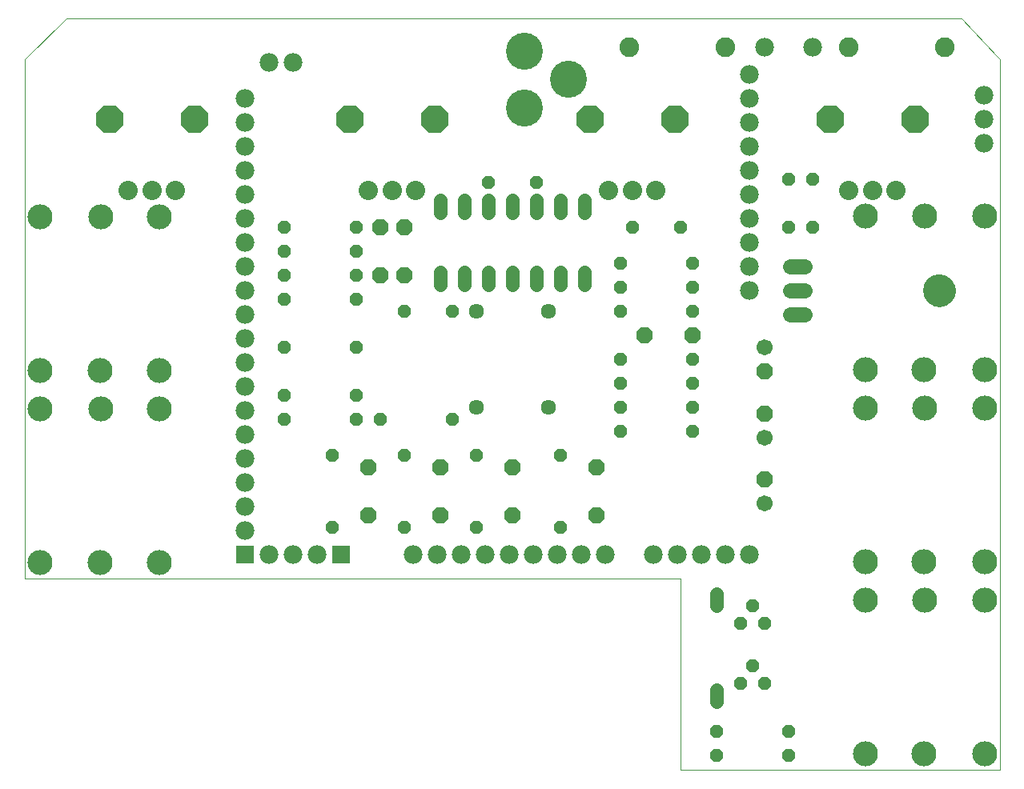
<source format=gbs>
G75*
%MOIN*%
%OFA0B0*%
%FSLAX24Y24*%
%IPPOS*%
%LPD*%
%AMOC8*
5,1,8,0,0,1.08239X$1,22.5*
%
%ADD10C,0.0010*%
%ADD11C,0.0800*%
%ADD12OC8,0.1147*%
%ADD13C,0.0780*%
%ADD14C,0.0820*%
%ADD15C,0.1540*%
%ADD16OC8,0.0560*%
%ADD17C,0.1040*%
%ADD18R,0.0780X0.0780*%
%ADD19C,0.0560*%
%ADD20C,0.0634*%
%ADD21C,0.0640*%
%ADD22C,0.0000*%
%ADD23C,0.1340*%
%ADD24OC8,0.0670*%
%ADD25C,0.0670*%
D10*
X006460Y012268D02*
X006460Y033893D01*
X006449Y033893D01*
X008199Y035593D01*
X045445Y035593D01*
X046945Y034018D01*
X047060Y033893D01*
X047060Y004293D01*
X033760Y004293D01*
X033760Y012268D01*
X006460Y012268D01*
D11*
X010775Y028441D03*
X011760Y028441D03*
X012744Y028441D03*
X020775Y028441D03*
X021760Y028441D03*
X022744Y028441D03*
X030775Y028441D03*
X031760Y028441D03*
X032744Y028441D03*
X040775Y028441D03*
X041760Y028441D03*
X042744Y028441D03*
D12*
X043531Y031393D03*
X039988Y031393D03*
X033531Y031393D03*
X029988Y031393D03*
X023531Y031393D03*
X019988Y031393D03*
X013531Y031393D03*
X009988Y031393D03*
D13*
X015635Y031268D03*
X015635Y032268D03*
X016635Y033768D03*
X017635Y033768D03*
X015635Y030268D03*
X015635Y029268D03*
X015635Y028268D03*
X015635Y027268D03*
X015635Y026268D03*
X015635Y025268D03*
X015635Y024268D03*
X015635Y023268D03*
X015635Y022268D03*
X015635Y021268D03*
X015635Y020268D03*
X015635Y019268D03*
X015635Y018268D03*
X015635Y017268D03*
X015635Y016268D03*
X015635Y015268D03*
X015635Y014268D03*
X016635Y013268D03*
X017635Y013268D03*
X018635Y013268D03*
X022635Y013268D03*
X023635Y013268D03*
X024635Y013268D03*
X025635Y013268D03*
X026635Y013268D03*
X027635Y013268D03*
X028635Y013268D03*
X029635Y013268D03*
X030635Y013268D03*
X032635Y013268D03*
X033635Y013268D03*
X034635Y013268D03*
X035635Y013268D03*
X036635Y013268D03*
X036635Y024268D03*
X036635Y025268D03*
X036635Y026268D03*
X036635Y027268D03*
X036635Y028268D03*
X036635Y029268D03*
X036635Y030268D03*
X036635Y031268D03*
X036635Y032268D03*
X036635Y033268D03*
X037260Y034393D03*
X039260Y034393D03*
X046385Y032393D03*
X046385Y031393D03*
X046385Y030393D03*
D14*
X044760Y034393D03*
X040760Y034393D03*
X035635Y034393D03*
X031635Y034393D03*
D15*
X029110Y033056D03*
X027260Y034237D03*
X027260Y031875D03*
D16*
X027760Y028768D03*
X025760Y028768D03*
X020260Y026893D03*
X020260Y025893D03*
X020260Y024893D03*
X020260Y023893D03*
X022260Y023393D03*
X024260Y023393D03*
X020260Y021893D03*
X020260Y019893D03*
X020260Y018893D03*
X021260Y018893D03*
X022260Y017393D03*
X024260Y018893D03*
X025260Y017393D03*
X025260Y014393D03*
X022260Y014393D03*
X019260Y014393D03*
X019260Y017393D03*
X017260Y018893D03*
X017260Y019893D03*
X017260Y021893D03*
X017260Y023893D03*
X017260Y024893D03*
X017260Y025893D03*
X017260Y026893D03*
X028760Y017393D03*
X031260Y018393D03*
X031260Y019393D03*
X031260Y020393D03*
X031260Y021393D03*
X031260Y023393D03*
X031260Y024393D03*
X031260Y025393D03*
X031760Y026893D03*
X033760Y026893D03*
X034260Y025393D03*
X034260Y024393D03*
X034260Y023393D03*
X034260Y021393D03*
X034260Y020393D03*
X034260Y019393D03*
X034260Y018393D03*
X028760Y014393D03*
X036260Y010393D03*
X036760Y011143D03*
X037260Y010393D03*
X036760Y008643D03*
X037260Y007893D03*
X036260Y007893D03*
X035260Y005893D03*
X035260Y004893D03*
X038260Y004893D03*
X038260Y005893D03*
X038260Y026893D03*
X039260Y026893D03*
X039260Y028893D03*
X038260Y028893D03*
D17*
X041447Y027362D03*
X043916Y027362D03*
X046416Y027362D03*
X046416Y020956D03*
X046416Y019362D03*
X043916Y019362D03*
X043885Y020956D03*
X041447Y020956D03*
X041447Y019362D03*
X041447Y012956D03*
X041447Y011362D03*
X043916Y011362D03*
X043885Y012956D03*
X046416Y012956D03*
X046416Y011362D03*
X046416Y004956D03*
X043885Y004956D03*
X041447Y004956D03*
X012072Y012925D03*
X009603Y012925D03*
X007103Y012925D03*
X007103Y019331D03*
X007103Y020925D03*
X009603Y020925D03*
X009635Y019331D03*
X012072Y019331D03*
X012072Y020925D03*
X012072Y027331D03*
X009635Y027331D03*
X007103Y027331D03*
D18*
X015635Y013268D03*
X019635Y013268D03*
D19*
X023760Y024508D02*
X023760Y025028D01*
X024760Y025028D02*
X024760Y024508D01*
X025760Y024508D02*
X025760Y025028D01*
X026760Y025028D02*
X026760Y024508D01*
X027760Y024508D02*
X027760Y025028D01*
X028760Y025028D02*
X028760Y024508D01*
X029760Y024508D02*
X029760Y025028D01*
X029760Y027508D02*
X029760Y028028D01*
X028760Y028028D02*
X028760Y027508D01*
X027760Y027508D02*
X027760Y028028D01*
X026760Y028028D02*
X026760Y027508D01*
X025760Y027508D02*
X025760Y028028D01*
X024760Y028028D02*
X024760Y027508D01*
X023760Y027508D02*
X023760Y028028D01*
X035260Y011653D02*
X035260Y011133D01*
X035260Y007653D02*
X035260Y007133D01*
D20*
X028260Y019393D03*
X025260Y019393D03*
X025260Y023393D03*
X028260Y023393D03*
D21*
X038335Y023268D02*
X038935Y023268D01*
X038935Y024268D02*
X038335Y024268D01*
X038335Y025268D02*
X038935Y025268D01*
D22*
X043885Y024268D02*
X043887Y024318D01*
X043893Y024368D01*
X043903Y024418D01*
X043916Y024466D01*
X043933Y024514D01*
X043954Y024560D01*
X043978Y024604D01*
X044006Y024646D01*
X044037Y024686D01*
X044071Y024723D01*
X044108Y024758D01*
X044147Y024789D01*
X044188Y024818D01*
X044232Y024843D01*
X044278Y024865D01*
X044325Y024883D01*
X044373Y024897D01*
X044422Y024908D01*
X044472Y024915D01*
X044522Y024918D01*
X044573Y024917D01*
X044623Y024912D01*
X044673Y024903D01*
X044721Y024891D01*
X044769Y024874D01*
X044815Y024854D01*
X044860Y024831D01*
X044903Y024804D01*
X044943Y024774D01*
X044981Y024741D01*
X045016Y024705D01*
X045049Y024666D01*
X045078Y024625D01*
X045104Y024582D01*
X045127Y024537D01*
X045146Y024490D01*
X045161Y024442D01*
X045173Y024393D01*
X045181Y024343D01*
X045185Y024293D01*
X045185Y024243D01*
X045181Y024193D01*
X045173Y024143D01*
X045161Y024094D01*
X045146Y024046D01*
X045127Y023999D01*
X045104Y023954D01*
X045078Y023911D01*
X045049Y023870D01*
X045016Y023831D01*
X044981Y023795D01*
X044943Y023762D01*
X044903Y023732D01*
X044860Y023705D01*
X044815Y023682D01*
X044769Y023662D01*
X044721Y023645D01*
X044673Y023633D01*
X044623Y023624D01*
X044573Y023619D01*
X044522Y023618D01*
X044472Y023621D01*
X044422Y023628D01*
X044373Y023639D01*
X044325Y023653D01*
X044278Y023671D01*
X044232Y023693D01*
X044188Y023718D01*
X044147Y023747D01*
X044108Y023778D01*
X044071Y023813D01*
X044037Y023850D01*
X044006Y023890D01*
X043978Y023932D01*
X043954Y023976D01*
X043933Y024022D01*
X043916Y024070D01*
X043903Y024118D01*
X043893Y024168D01*
X043887Y024218D01*
X043885Y024268D01*
D23*
X044535Y024268D03*
D24*
X037260Y020893D03*
X037260Y019143D03*
X037260Y016393D03*
X030260Y016893D03*
X030260Y014893D03*
X026760Y014893D03*
X026760Y016893D03*
X023760Y016893D03*
X023760Y014893D03*
X020760Y014893D03*
X020760Y016893D03*
X021260Y024893D03*
X022260Y024893D03*
X022260Y026893D03*
X021260Y026893D03*
X032260Y022393D03*
X034260Y022393D03*
D25*
X037260Y021893D03*
X037260Y018143D03*
X037260Y015393D03*
M02*

</source>
